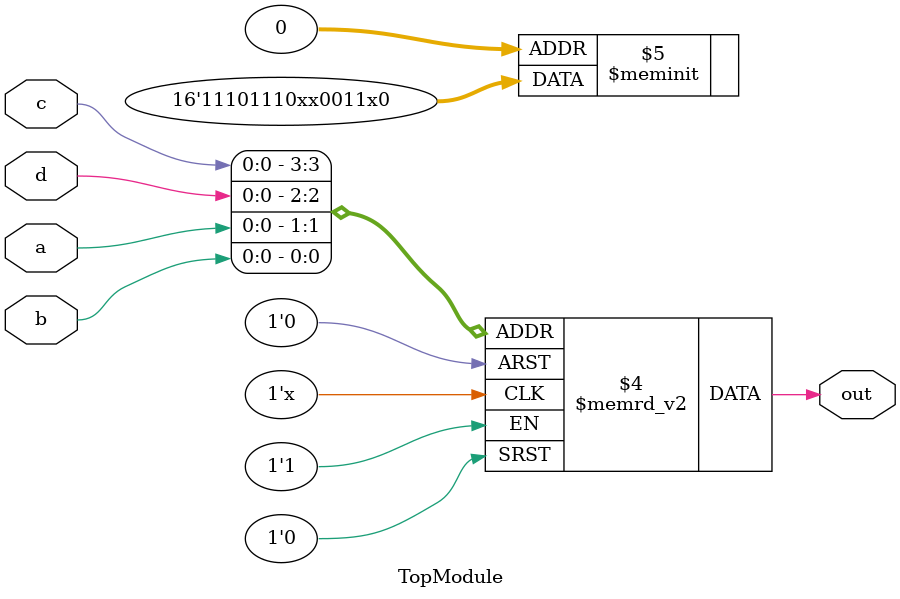
<source format=sv>
module TopModule(
    input logic a,  // Single-bit, unsigned
    input logic b,  // Single-bit, unsigned
    input logic c,  // Single-bit, unsigned
    input logic d,  // Single-bit, unsigned
    output logic out // Single-bit, unsigned
);

    always @(*) begin
        case ({c, d, a, b})
            4'b0000: out = 0;
            4'b0001: out = 'X; // Don't-care condition
            4'b0010: out = 1;
            4'b0011: out = 1;
            4'b0100: out = 0;
            4'b0101: out = 0;
            4'b0110: out = 'X; // Don't-care condition
            4'b0111: out = 'X; // Don't-care condition
            4'b1000: out = 0;
            4'b1001: out = 1;
            4'b1010: out = 1;
            4'b1011: out = 1;
            4'b1100: out = 0;
            4'b1101: out = 1;
            4'b1110: out = 1;
            4'b1111: out = 1;
            default: out = 0; // Default case for safety
        endcase
    end

endmodule
</source>
